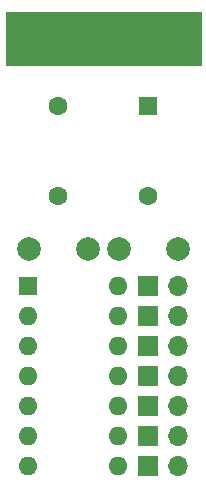
<source format=gbs>
G04 #@! TF.GenerationSoftware,KiCad,Pcbnew,5.1.10*
G04 #@! TF.CreationDate,2022-01-26T01:17:43-08:00*
G04 #@! TF.ProjectId,Baud_Generator,42617564-5f47-4656-9e65-7261746f722e,rev?*
G04 #@! TF.SameCoordinates,Original*
G04 #@! TF.FileFunction,Soldermask,Bot*
G04 #@! TF.FilePolarity,Negative*
%FSLAX46Y46*%
G04 Gerber Fmt 4.6, Leading zero omitted, Abs format (unit mm)*
G04 Created by KiCad (PCBNEW 5.1.10) date 2022-01-26 01:17:43*
%MOMM*%
%LPD*%
G01*
G04 APERTURE LIST*
%ADD10C,0.100000*%
%ADD11R,1.700000X1.700000*%
%ADD12O,1.700000X1.700000*%
%ADD13C,2.000000*%
%ADD14O,1.600000X1.600000*%
%ADD15R,1.600000X1.600000*%
%ADD16C,1.600000*%
G04 APERTURE END LIST*
D10*
G36*
X121840001Y-61205001D02*
G01*
X105330001Y-61205001D01*
X105330001Y-56705001D01*
X121840001Y-56705001D01*
X121840001Y-61205001D01*
G37*
X121840001Y-61205001D02*
X105330001Y-61205001D01*
X105330001Y-56705001D01*
X121840001Y-56705001D01*
X121840001Y-61205001D01*
D11*
X117395001Y-79930001D03*
D12*
X119935001Y-79930001D03*
D11*
X117395001Y-82470001D03*
D12*
X119935001Y-82470001D03*
D11*
X117395001Y-85010001D03*
D12*
X119935001Y-85010001D03*
D11*
X117395001Y-87550001D03*
D12*
X119935001Y-87550001D03*
D11*
X117395001Y-90090001D03*
D12*
X119935001Y-90090001D03*
D11*
X117395001Y-92630001D03*
D12*
X119935001Y-92630001D03*
D11*
X117395001Y-95170001D03*
D12*
X119935001Y-95170001D03*
D13*
X107315001Y-76755001D03*
X112315001Y-76755001D03*
X114935001Y-76755001D03*
X119935001Y-76755001D03*
D14*
X114855001Y-79930001D03*
X107235001Y-95170001D03*
X114855001Y-82470001D03*
X107235001Y-92630001D03*
X114855001Y-85010001D03*
X107235001Y-90090001D03*
X114855001Y-87550001D03*
X107235001Y-87550001D03*
X114855001Y-90090001D03*
X107235001Y-85010001D03*
X114855001Y-92630001D03*
X107235001Y-82470001D03*
X114855001Y-95170001D03*
D15*
X107235001Y-79930001D03*
X117395001Y-64690001D03*
D16*
X117395001Y-72310001D03*
X109775001Y-72310001D03*
X109775001Y-64690001D03*
M02*

</source>
